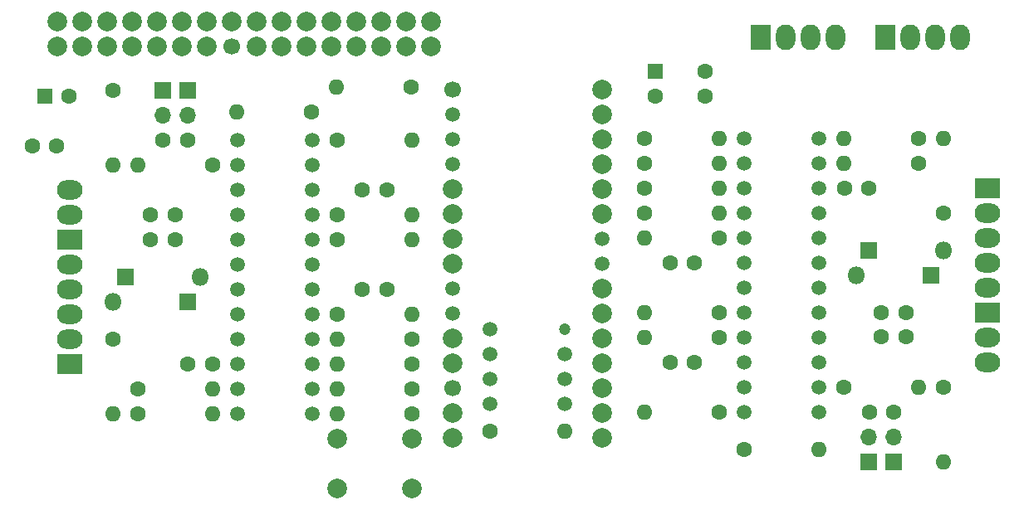
<source format=gbr>
G04 #@! TF.FileFunction,Soldermask,Bot*
%FSLAX46Y46*%
G04 Gerber Fmt 4.6, Leading zero omitted, Abs format (unit mm)*
G04 Created by KiCad (PCBNEW 4.0.7-e2-6376~58~ubuntu16.04.1) date Wed Feb  7 17:30:46 2018*
%MOMM*%
%LPD*%
G01*
G04 APERTURE LIST*
%ADD10C,0.100000*%
%ADD11C,2.000000*%
%ADD12C,1.600000*%
%ADD13R,1.600000X1.600000*%
%ADD14R,1.800000X1.800000*%
%ADD15O,1.800000X1.800000*%
%ADD16R,2.600000X2.000000*%
%ADD17O,2.600000X2.000000*%
%ADD18O,1.600000X1.600000*%
%ADD19R,1.700000X1.700000*%
%ADD20O,1.700000X1.700000*%
%ADD21C,1.500000*%
%ADD22C,1.700000*%
%ADD23C,1.200000*%
%ADD24R,2.000000X2.600000*%
%ADD25O,2.000000X2.600000*%
G04 APERTURE END LIST*
D10*
D11*
X74195000Y-93045000D03*
X66575000Y-93045000D03*
X66575000Y-98125000D03*
X74195000Y-98125000D03*
D12*
X124560000Y-80210000D03*
X124560000Y-82710000D03*
X47525000Y-72725000D03*
X47525000Y-70225000D03*
X122020000Y-80210000D03*
X122020000Y-82710000D03*
X50065000Y-72725000D03*
X50065000Y-70225000D03*
X123290000Y-90370000D03*
X120790000Y-90370000D03*
X48795000Y-62565000D03*
X51295000Y-62565000D03*
X102970000Y-75130000D03*
X100470000Y-75130000D03*
X69115000Y-77805000D03*
X71615000Y-77805000D03*
X120750000Y-67510000D03*
X118250000Y-67510000D03*
X51335000Y-85425000D03*
X53835000Y-85425000D03*
X102970000Y-85290000D03*
X100470000Y-85290000D03*
X69115000Y-67645000D03*
X71615000Y-67645000D03*
D13*
X36730000Y-58120000D03*
D12*
X39230000Y-58120000D03*
D14*
X127100000Y-76400000D03*
D15*
X119480000Y-76400000D03*
D14*
X44985000Y-76535000D03*
D15*
X52605000Y-76535000D03*
D14*
X120750000Y-73860000D03*
D15*
X128370000Y-73860000D03*
D14*
X51335000Y-79075000D03*
D15*
X43715000Y-79075000D03*
D16*
X132815000Y-67510000D03*
D17*
X132815000Y-70050000D03*
X132815000Y-72590000D03*
X132815000Y-75130000D03*
X132815000Y-77670000D03*
D16*
X39270000Y-85425000D03*
D17*
X39270000Y-82885000D03*
X39270000Y-80345000D03*
X39270000Y-77805000D03*
X39270000Y-75265000D03*
D16*
X132815000Y-80210000D03*
D17*
X132815000Y-82750000D03*
X132815000Y-85290000D03*
D16*
X39270000Y-72725000D03*
D17*
X39270000Y-70185000D03*
X39270000Y-67645000D03*
D12*
X105510000Y-80210000D03*
D18*
X97890000Y-80210000D03*
D12*
X66575000Y-72725000D03*
D18*
X74195000Y-72725000D03*
D12*
X118210000Y-87830000D03*
D18*
X125830000Y-87830000D03*
D12*
X53875000Y-65105000D03*
D18*
X46255000Y-65105000D03*
D12*
X128370000Y-87830000D03*
D18*
X128370000Y-95450000D03*
D12*
X43715000Y-57485000D03*
D18*
X43715000Y-65105000D03*
D12*
X105510000Y-90370000D03*
D18*
X97890000Y-90370000D03*
D12*
X66575000Y-62565000D03*
D18*
X74195000Y-62565000D03*
D12*
X97890000Y-62430000D03*
D18*
X105510000Y-62430000D03*
D12*
X74195000Y-90505000D03*
D18*
X66575000Y-90505000D03*
D12*
X125830000Y-64970000D03*
D18*
X118210000Y-64970000D03*
D12*
X46255000Y-87965000D03*
D18*
X53875000Y-87965000D03*
D12*
X125830000Y-62430000D03*
D18*
X118210000Y-62430000D03*
D12*
X46255000Y-90505000D03*
D18*
X53875000Y-90505000D03*
D12*
X108050000Y-94180000D03*
D18*
X115670000Y-94180000D03*
D12*
X63900000Y-59700000D03*
D18*
X56280000Y-59700000D03*
D12*
X105510000Y-72590000D03*
D18*
X97890000Y-72590000D03*
D12*
X66575000Y-80345000D03*
D18*
X74195000Y-80345000D03*
D12*
X128370000Y-70050000D03*
D18*
X128370000Y-62430000D03*
D12*
X43715000Y-82885000D03*
D18*
X43715000Y-90505000D03*
D12*
X105510000Y-82750000D03*
D18*
X97890000Y-82750000D03*
D12*
X66575000Y-70185000D03*
D18*
X74195000Y-70185000D03*
D12*
X97890000Y-70050000D03*
D18*
X105510000Y-70050000D03*
D12*
X74195000Y-82885000D03*
D18*
X66575000Y-82885000D03*
D12*
X97890000Y-67510000D03*
D18*
X105510000Y-67510000D03*
D12*
X74195000Y-85425000D03*
D18*
X66575000Y-85425000D03*
D12*
X97890000Y-64970000D03*
D18*
X105510000Y-64970000D03*
D12*
X74195000Y-87965000D03*
D18*
X66575000Y-87965000D03*
D13*
X98960000Y-55580000D03*
D12*
X98960000Y-58080000D03*
D19*
X120750000Y-95450000D03*
D20*
X120750000Y-92910000D03*
D19*
X123290000Y-95450000D03*
D20*
X123290000Y-92910000D03*
D19*
X51335000Y-57485000D03*
D20*
X51335000Y-60025000D03*
D19*
X48795000Y-57485000D03*
D20*
X48795000Y-60025000D03*
D21*
X64035000Y-90505000D03*
X64035000Y-87965000D03*
X64035000Y-85425000D03*
X64035000Y-82885000D03*
X56415000Y-82885000D03*
X56415000Y-85425000D03*
X56415000Y-87965000D03*
X56415000Y-90505000D03*
X64035000Y-80345000D03*
X64035000Y-77805000D03*
X64035000Y-75265000D03*
X64035000Y-72725000D03*
X64035000Y-70185000D03*
X64035000Y-67645000D03*
X64035000Y-62565000D03*
X64035000Y-65105000D03*
X56415000Y-62565000D03*
X56415000Y-65105000D03*
X56415000Y-67645000D03*
X56415000Y-70185000D03*
X56415000Y-72725000D03*
X56415000Y-75265000D03*
X56415000Y-77805000D03*
X56415000Y-80345000D03*
X108050000Y-62430000D03*
X108050000Y-64970000D03*
X108050000Y-67510000D03*
X108050000Y-70050000D03*
X115670000Y-70050000D03*
X115670000Y-67510000D03*
X115670000Y-64970000D03*
X115670000Y-62430000D03*
X108050000Y-72590000D03*
X108050000Y-75130000D03*
X108050000Y-77670000D03*
X108050000Y-80210000D03*
X108050000Y-82750000D03*
X108050000Y-85290000D03*
X108050000Y-90370000D03*
X108050000Y-87830000D03*
X115670000Y-90370000D03*
X115670000Y-87830000D03*
X115670000Y-85290000D03*
X115670000Y-82750000D03*
X115670000Y-80210000D03*
X115670000Y-77670000D03*
X115670000Y-75130000D03*
X115670000Y-72590000D03*
D11*
X93520000Y-92980000D03*
X93520000Y-90440000D03*
X93520000Y-87900000D03*
X93520000Y-85360000D03*
X93520000Y-82820000D03*
X93520000Y-80280000D03*
X93520000Y-77740000D03*
D21*
X93520000Y-75200000D03*
X93520000Y-72660000D03*
D11*
X93520000Y-70120000D03*
X93520000Y-67580000D03*
X93520000Y-65040000D03*
X93520000Y-62500000D03*
X93520000Y-59960000D03*
X93520000Y-57420000D03*
D22*
X78280000Y-57420000D03*
D21*
X78280000Y-59960000D03*
X78280000Y-62500000D03*
X78280000Y-65040000D03*
D11*
X78280000Y-67580000D03*
X78280000Y-70120000D03*
X78280000Y-72660000D03*
X78280000Y-75200000D03*
D21*
X78280000Y-77740000D03*
X78280000Y-80280000D03*
D11*
X78280000Y-82820000D03*
X78280000Y-85360000D03*
D22*
X78280000Y-87900000D03*
D11*
X78280000Y-90440000D03*
X78280000Y-92980000D03*
X38000000Y-50500000D03*
X38000000Y-53040000D03*
X40540000Y-50500000D03*
X40540000Y-53040000D03*
X43080000Y-50500000D03*
X43080000Y-53040000D03*
X45620000Y-50500000D03*
X45620000Y-53040000D03*
X48160000Y-50500000D03*
X48160000Y-53040000D03*
X50700000Y-50500000D03*
X50700000Y-53040000D03*
X53240000Y-50500000D03*
X53240000Y-53040000D03*
X55780000Y-50500000D03*
D22*
X55780000Y-53040000D03*
D11*
X58320000Y-50500000D03*
X58320000Y-53040000D03*
X60860000Y-50500000D03*
X60860000Y-53040000D03*
X63400000Y-50500000D03*
X63400000Y-53040000D03*
X65940000Y-50500000D03*
X65940000Y-53040000D03*
X68480000Y-50500000D03*
X68480000Y-53040000D03*
X71020000Y-50500000D03*
X71020000Y-53040000D03*
X73560000Y-50500000D03*
X73560000Y-53040000D03*
X76100000Y-50500000D03*
X76100000Y-53040000D03*
D12*
X104040000Y-55580000D03*
X104040000Y-58080000D03*
X35460000Y-63200000D03*
X37960000Y-63200000D03*
X82100000Y-92300000D03*
D18*
X89720000Y-92300000D03*
D21*
X89710000Y-89510000D03*
X89710000Y-86970000D03*
X89710000Y-84430000D03*
D23*
X89710000Y-81890000D03*
D21*
X82090000Y-81890000D03*
X82090000Y-84430000D03*
X82090000Y-86970000D03*
X82090000Y-89510000D03*
D12*
X74100000Y-57200000D03*
D18*
X66480000Y-57200000D03*
D24*
X109740000Y-52080000D03*
D25*
X112280000Y-52080000D03*
X114820000Y-52080000D03*
X117360000Y-52080000D03*
D24*
X122440000Y-52080000D03*
D25*
X124980000Y-52080000D03*
X127520000Y-52080000D03*
X130060000Y-52080000D03*
M02*

</source>
